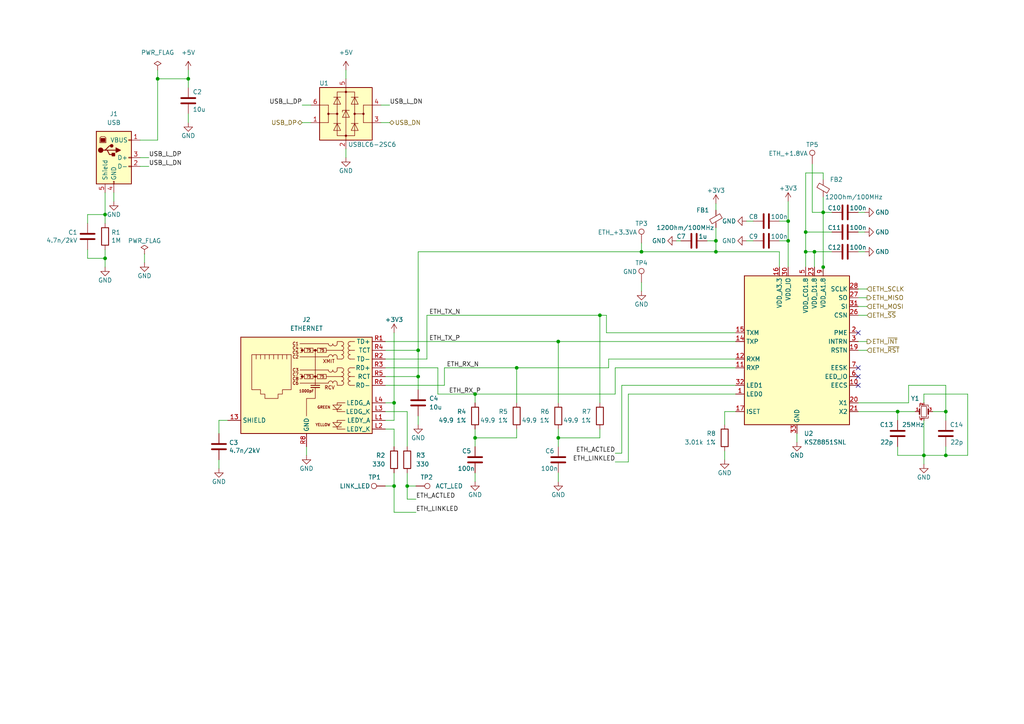
<source format=kicad_sch>
(kicad_sch (version 20211123) (generator eeschema)
  (paper "A4")
  (lib_symbols
    (symbol "Connector:RJ45_Amphenol_RJMG1BD3B8K1ANR"
      (property "Reference" "J" (at 19.05 15.24 0))
      (property "Value" "RJ45_Amphenol_RJMG1BD3B8K1ANR" (at -19.05 15.24 0))
      (symbol "RJ45_Amphenol_RJMG1BD3B8K1ANR_0_0"
        (circle (center -2.54 2.54) (radius 0.254) (stroke (width 0.254)) (fill (type outline)))
        (circle (center -2.54 10.16) (radius 0.254) (stroke (width 0.254)) (fill (type outline)))
        (polyline (pts (xy -7.62 -12.065) (xy -10.16 -12.065)))
        (polyline (pts (xy -7.62 -6.985) (xy -10.16 -6.985)))
        (polyline (pts (xy -2.54 10.16) (xy -2.54 0)))
        (polyline (pts (xy -1.27 -0.635) (xy -3.81 -0.635)) (stroke (width 0.254)))
        (polyline (pts (xy -1.27 0) (xy -3.81 0)) (stroke (width 0.254)))
        (polyline (pts (xy 1.27 2.54) (xy 0.635 2.54)))
        (polyline (pts (xy 1.27 10.16) (xy 0.635 10.16)))
        (polyline (pts (xy -11.176 -12.7) (xy -8.89 -12.7) (xy -8.89 -12.065)))
        (polyline (pts (xy -11.176 -10.16) (xy -8.89 -10.16) (xy -8.89 -10.795)))
        (polyline (pts (xy -11.176 -5.08) (xy -8.89 -5.08) (xy -8.89 -5.715)))
        (polyline (pts (xy -8.89 -6.985) (xy -8.89 -7.62) (xy -11.176 -7.62)))
        (polyline (pts (xy -10.16 -5.715) (xy -7.62 -5.715) (xy -8.89 -6.985) (xy -10.16 -5.715)))
        (polyline (pts (xy -7.62 -10.795) (xy -10.16 -10.795) (xy -8.89 -12.065) (xy -7.62 -10.795)))
        (polyline (pts (xy -2.54 -0.635) (xy -2.54 -3.81) (xy 0 -3.81) (xy 0 -8.89)))
        (polyline (pts (xy 1.905 3.175) (xy 1.27 3.175) (xy 1.27 1.905) (xy 1.905 1.905)))
        (polyline (pts (xy 1.905 10.795) (xy 1.27 10.795) (xy 1.27 9.525) (xy 1.905 9.525)))
        (circle (center 1.27 2.54) (radius 0.254) (stroke (width 0.254)) (fill (type outline)))
        (circle (center 1.27 10.16) (radius 0.254) (stroke (width 0.254)) (fill (type outline)))
        (text "1000pF" (at 0 -1.651 0) (effects (font (size 0.762 0.762))))
        (text "75" (at -4.445 2.54 0) (effects (font (size 0.762 0.762))))
        (text "75" (at -4.445 10.16 0) (effects (font (size 0.762 0.762))))
        (text "75" (at -0.635 2.54 0) (effects (font (size 0.762 0.762))))
        (text "75" (at -0.635 10.16 0) (effects (font (size 0.762 0.762))))
        (text "C1" (at 3.175 12.065 0) (effects (font (size 0.889 0.889))))
        (text "C2" (at 3.175 8.255 0) (effects (font (size 0.889 0.889))))
        (text "C3" (at 3.175 4.445 0) (effects (font (size 0.889 0.889))))
        (text "C4" (at 3.175 10.795 0) (effects (font (size 0.889 0.889))))
        (text "C5" (at 3.175 9.525 0) (effects (font (size 0.889 0.889))))
        (text "C6" (at 3.175 0.635 0) (effects (font (size 0.889 0.889))))
        (text "C7" (at 3.175 3.175 0) (effects (font (size 0.889 0.889))))
        (text "C8" (at 3.175 1.905 0) (effects (font (size 0.889 0.889))))
        (text "GREEN" (at -6.985 -6.35 0) (effects (font (size 0.762 0.762)) (justify left)))
        (text "RCV" (at -8.255 -0.635 0) (effects (font (size 1.016 1.016)) (justify left)))
        (text "XMIT" (at -8.255 6.985 0) (effects (font (size 1.016 1.016)) (justify left)))
        (text "YELLOW" (at -6.985 -11.43 0) (effects (font (size 0.762 0.762)) (justify left)))
      )
      (symbol "RJ45_Amphenol_RJMG1BD3B8K1ANR_0_1"
        (rectangle (start -19.05 -13.97) (end 19.05 13.97) (stroke (width 0.254)) (fill (type background)))
        (arc (start -12.7 0) (mid -12.065 0.635) (end -12.7 1.27))
        (arc (start -12.7 1.27) (mid -12.065 1.905) (end -12.7 2.54))
        (arc (start -12.7 2.54) (mid -12.065 3.175) (end -12.7 3.81))
        (arc (start -12.7 3.81) (mid -12.065 4.445) (end -12.7 5.08))
        (arc (start -12.7 7.62) (mid -12.065 8.255) (end -12.7 8.89))
        (arc (start -12.7 8.89) (mid -12.065 9.525) (end -12.7 10.16))
        (arc (start -12.7 10.16) (mid -12.065 10.795) (end -12.7 11.43))
        (arc (start -12.7 11.43) (mid -12.065 12.065) (end -12.7 12.7))
        (arc (start -10.16 1.27) (mid -10.795 0.635) (end -10.16 0))
        (arc (start -10.16 2.54) (mid -10.795 1.905) (end -10.16 1.27))
        (arc (start -10.16 3.81) (mid -10.795 3.175) (end -10.16 2.54))
        (arc (start -10.16 5.08) (mid -10.795 4.445) (end -10.16 3.81))
        (arc (start -10.16 8.89) (mid -10.795 8.255) (end -10.16 7.62))
        (arc (start -10.16 10.16) (mid -10.795 9.525) (end -10.16 8.89))
        (arc (start -10.16 11.43) (mid -10.795 10.795) (end -10.16 10.16))
        (arc (start -10.16 12.7) (mid -10.795 12.065) (end -10.16 11.43))
        (arc (start -8.89 4.445) (mid -8.255 3.81) (end -7.62 4.445))
        (arc (start -8.89 12.065) (mid -8.255 11.43) (end -7.62 12.065))
        (arc (start -7.62 0.635) (mid -8.255 1.27) (end -8.89 0.635))
        (arc (start -7.62 4.445) (mid -6.985 3.81) (end -6.35 4.445))
        (arc (start -7.62 8.255) (mid -8.255 8.89) (end -8.89 8.255))
        (arc (start -7.62 12.065) (mid -6.985 11.43) (end -6.35 12.065))
        (arc (start -6.35 0.635) (mid -6.985 1.27) (end -7.62 0.635))
        (arc (start -6.35 8.255) (mid -6.985 8.89) (end -7.62 8.255))
        (rectangle (start -5.715 3.175) (end -3.175 1.905))
        (rectangle (start -5.715 10.795) (end -3.175 9.525))
        (rectangle (start -1.905 3.175) (end 0.635 1.905))
        (rectangle (start -1.905 10.795) (end 0.635 9.525))
        (polyline (pts (xy -12.7 0) (xy -13.97 0)))
        (polyline (pts (xy -12.7 2.54) (xy -13.97 2.54)))
        (polyline (pts (xy -12.7 5.08) (xy -13.97 5.08)))
        (polyline (pts (xy -12.7 7.62) (xy -13.97 7.62)))
        (polyline (pts (xy -12.7 10.16) (xy -13.97 10.16)))
        (polyline (pts (xy -12.7 12.7) (xy -13.97 12.7)))
        (polyline (pts (xy -6.35 0.635) (xy 1.905 0.635)))
        (polyline (pts (xy -6.35 4.445) (xy 1.905 4.445)))
        (polyline (pts (xy -6.35 8.255) (xy 1.905 8.255)))
        (polyline (pts (xy -6.35 12.065) (xy 1.905 12.065)))
        (polyline (pts (xy -5.715 2.54) (xy -10.16 2.54)))
        (polyline (pts (xy -5.715 10.16) (xy -10.16 10.16)))
        (polyline (pts (xy -3.175 2.54) (xy -1.905 2.54)))
        (polyline (pts (xy -3.175 10.16) (xy -1.905 10.16)))
        (polyline (pts (xy 5.715 7.62) (xy 5.715 8.89)))
        (polyline (pts (xy 6.985 8.89) (xy 6.985 7.62)))
        (polyline (pts (xy 8.255 8.89) (xy 8.255 7.62)))
        (polyline (pts (xy 9.525 8.89) (xy 9.525 7.62)))
        (polyline (pts (xy 10.795 8.89) (xy 10.795 7.62)))
        (polyline (pts (xy 12.065 8.89) (xy 12.065 7.62)))
        (polyline (pts (xy 13.335 7.62) (xy 13.335 8.89)))
        (polyline (pts (xy 14.605 7.62) (xy 14.605 8.89)))
        (polyline (pts (xy -10.16 5.08) (xy -8.89 5.08) (xy -8.89 4.445)))
        (polyline (pts (xy -10.16 12.7) (xy -8.89 12.7) (xy -8.89 12.065)))
        (polyline (pts (xy -8.89 0.635) (xy -8.89 0) (xy -10.16 0)))
        (polyline (pts (xy -8.89 8.255) (xy -8.89 7.62) (xy -10.16 7.62)))
        (polyline (pts (xy 4.445 8.89) (xy 15.875 8.89) (xy 15.875 -1.27) (xy 13.335 -1.27) (xy 13.335 -2.54) (xy 12.065 -2.54) (xy 12.065 -3.81) (xy 8.255 -3.81) (xy 8.255 -2.54) (xy 6.985 -2.54) (xy 6.985 -1.27) (xy 4.445 -1.27) (xy 4.445 8.89)))
      )
      (symbol "RJ45_Amphenol_RJMG1BD3B8K1ANR_1_1"
        (pin passive line (at 22.86 -10.16 180) (length 3.81) (name "SHIELD") (number "13"))
        (pin passive line (at -22.86 -10.16 0) (length 3.81) (name "LEDY_A") (number "L1"))
        (pin passive line (at -22.86 -12.7 0) (length 3.81) (name "LEDY_K") (number "L2"))
        (pin passive line (at -22.86 -7.62 0) (length 3.81) (name "LEDG_K") (number "L3"))
        (pin passive line (at -22.86 -5.08 0) (length 3.81) (name "LEDG_A") (number "L4"))
        (pin passive line (at -22.86 12.7 0) (length 3.81) (name "TD+") (number "R1"))
        (pin passive line (at -22.86 7.62 0) (length 3.81) (name "TD-") (number "R2"))
        (pin passive line (at -22.86 5.08 0) (length 3.81) (name "RD+") (number "R3"))
        (pin passive line (at -22.86 10.16 0) (length 3.81) (name "TCT") (number "R4"))
        (pin passive line (at -22.86 2.54 0) (length 3.81) (name "RCT") (number "R5"))
        (pin passive line (at -22.86 0 0) (length 3.81) (name "RD-") (number "R6"))
        (pin no_connect line (at 5.08 -5.08 0) (length 0) hide (name "NC") (number "R7"))
        (pin power_in line (at 0 -17.78 90) (length 3.81) (name "GND") (number "R8"))
      )
    )
    (symbol "Connector:TestPoint" (pin_numbers hide) (pin_names (offset 0.762) hide)
      (property "Reference" "TP" (at 0 6.858 0))
      (property "Value" "TestPoint" (at 0 5.08 0))
      (symbol "TestPoint_0_1"
        (circle (center 0 3.302) (radius 0.762))
      )
      (symbol "TestPoint_1_1"
        (pin passive line (at 0 0 90) (length 2.54) (name "1") (number "1"))
      )
    )
    (symbol "Connector:USB_B" (pin_names (offset 1.016))
      (property "Reference" "J" (at -5.08 11.43 0))
      (property "Value" "USB_B" (at -5.08 8.89 0))
      (symbol "USB_B_0_1"
        (rectangle (start -5.08 -7.62) (end 5.08 7.62) (stroke (width 0.254)) (fill (type background)))
        (circle (center -3.81 2.159) (radius 0.635) (stroke (width 0.254)) (fill (type outline)))
        (rectangle (start -3.81 5.588) (end -2.54 4.572) (fill (type outline)))
        (circle (center -0.635 3.429) (radius 0.381) (stroke (width 0.254)) (fill (type outline)))
        (rectangle (start -0.127 -7.62) (end 0.127 -6.858))
        (polyline (pts (xy -1.905 2.159) (xy 0.635 2.159)) (stroke (width 0.254)))
        (polyline (pts (xy -3.175 2.159) (xy -2.54 2.159) (xy -1.27 3.429) (xy -0.635 3.429)) (stroke (width 0.254)))
        (polyline (pts (xy -2.54 2.159) (xy -1.905 2.159) (xy -1.27 0.889) (xy 0 0.889)) (stroke (width 0.254)))
        (polyline (pts (xy 0.635 2.794) (xy 0.635 1.524) (xy 1.905 2.159) (xy 0.635 2.794)) (stroke (width 0.254)) (fill (type outline)))
        (polyline (pts (xy -4.064 4.318) (xy -2.286 4.318) (xy -2.286 5.715) (xy -2.667 6.096) (xy -3.683 6.096) (xy -4.064 5.715) (xy -4.064 4.318)))
        (rectangle (start 0.254 1.27) (end -0.508 0.508) (stroke (width 0.254)) (fill (type outline)))
        (rectangle (start 5.08 -2.667) (end 4.318 -2.413))
        (rectangle (start 5.08 -0.127) (end 4.318 0.127))
        (rectangle (start 5.08 4.953) (end 4.318 5.207))
      )
      (symbol "USB_B_1_1"
        (pin power_out line (at 7.62 5.08 180) (length 2.54) (name "VBUS") (number "1"))
        (pin bidirectional line (at 7.62 -2.54 180) (length 2.54) (name "D-") (number "2"))
        (pin bidirectional line (at 7.62 0 180) (length 2.54) (name "D+") (number "3"))
        (pin power_out line (at 0 -10.16 90) (length 2.54) (name "GND") (number "4"))
        (pin passive line (at -2.54 -10.16 90) (length 2.54) (name "Shield") (number "5"))
      )
    )
    (symbol "Device:C" (pin_numbers hide) (pin_names (offset 0.254))
      (property "Reference" "C" (at 0.635 2.54 0))
      (property "Value" "C" (at 0.635 -2.54 0))
      (symbol "C_0_1"
        (polyline (pts (xy -2.032 -0.762) (xy 2.032 -0.762)) (stroke (width 0.508)))
        (polyline (pts (xy -2.032 0.762) (xy 2.032 0.762)) (stroke (width 0.508)))
      )
      (symbol "C_1_1"
        (pin passive line (at 0 3.81 270) (length 2.794) (name "~") (number "1"))
        (pin passive line (at 0 -3.81 90) (length 2.794) (name "~") (number "2"))
      )
    )
    (symbol "Device:Crystal_GND24_Small" (pin_names (offset 1.016) hide)
      (property "Reference" "Y" (at 1.27 4.445 0))
      (property "Value" "Crystal_GND24_Small" (at 1.27 2.54 0))
      (symbol "Crystal_GND24_Small_0_1"
        (rectangle (start -0.762 -1.524) (end 0.762 1.524))
        (polyline (pts (xy -1.27 -0.762) (xy -1.27 0.762)) (stroke (width 0.381)))
        (polyline (pts (xy 1.27 -0.762) (xy 1.27 0.762)) (stroke (width 0.381)))
        (polyline (pts (xy -1.27 -1.27) (xy -1.27 -1.905) (xy 1.27 -1.905) (xy 1.27 -1.27)))
        (polyline (pts (xy -1.27 1.27) (xy -1.27 1.905) (xy 1.27 1.905) (xy 1.27 1.27)))
      )
      (symbol "Crystal_GND24_Small_1_1"
        (pin passive line (at -2.54 0 0) (length 1.27) (name "1") (number "1"))
        (pin passive line (at 0 -2.54 90) (length 0.635) (name "2") (number "2"))
        (pin passive line (at 2.54 0 180) (length 1.27) (name "3") (number "3"))
        (pin passive line (at 0 2.54 270) (length 0.635) (name "4") (number "4"))
      )
    )
    (symbol "Device:FerriteBead_Small" (pin_numbers hide) (pin_names (offset 0))
      (property "Reference" "FB" (at 1.905 1.27 0))
      (property "Value" "FerriteBead_Small" (at 1.905 -1.27 0))
      (symbol "FerriteBead_Small_0_1"
        (polyline (pts (xy 0 -1.27) (xy 0 -0.7874)))
        (polyline (pts (xy 0 0.889) (xy 0 1.2954)))
        (polyline (pts (xy -1.8288 0.2794) (xy -1.1176 1.4986) (xy 1.8288 -0.2032) (xy 1.1176 -1.4224) (xy -1.8288 0.2794)))
      )
      (symbol "FerriteBead_Small_1_1"
        (pin passive line (at 0 2.54 270) (length 1.27) (name "~") (number "1"))
        (pin passive line (at 0 -2.54 90) (length 1.27) (name "~") (number "2"))
      )
    )
    (symbol "Device:R" (pin_numbers hide) (pin_names (offset 0))
      (property "Reference" "R" (at 2.032 0 90))
      (property "Value" "R" (at 0 0 90))
      (symbol "R_0_1"
        (rectangle (start -1.016 -2.54) (end 1.016 2.54) (stroke (width 0.254)))
      )
      (symbol "R_1_1"
        (pin passive line (at 0 3.81 270) (length 1.27) (name "~") (number "1"))
        (pin passive line (at 0 -3.81 90) (length 1.27) (name "~") (number "2"))
      )
    )
    (symbol "KSZ8851SNL:KSZ8851SNL"
      (property "Reference" "U" (at -13.97 22.86 0))
      (property "Value" "KSZ8851SNL" (at 15.24 -24.13 0))
      (symbol "KSZ8851SNL_1_1"
        (rectangle (start -15.24 21.59) (end 15.24 -21.59) (stroke (width 0.254)) (fill (type background)))
        (pin output line (at -17.78 -12.7 0) (length 2.54) (name "LED0") (number "1"))
        (pin output line (at 17.78 -10.16 180) (length 2.54) (name "EECS") (number "10"))
        (pin passive line (at -17.78 -5.08 0) (length 2.54) (name "RXP") (number "11"))
        (pin passive line (at -17.78 -2.54 0) (length 2.54) (name "RXM") (number "12"))
        (pin passive line (at 0 -24.13 90) (length 2.54) hide (name "AGND") (number "13"))
        (pin passive line (at -17.78 2.54 0) (length 2.54) (name "TXP") (number "14"))
        (pin passive line (at -17.78 5.08 0) (length 2.54) (name "TXM") (number "15"))
        (pin power_in line (at -5.08 24.13 270) (length 2.54) (name "VDD_A3.3") (number "16"))
        (pin output line (at -17.78 -17.78 0) (length 2.54) (name "ISET") (number "17"))
        (pin passive line (at 0 -24.13 90) (length 2.54) hide (name "AGND") (number "18"))
        (pin input line (at 17.78 0 180) (length 2.54) (name "RSTN") (number "19"))
        (pin output line (at 17.78 5.08 180) (length 2.54) (name "PME") (number "2"))
        (pin input line (at 17.78 -15.24 180) (length 2.54) (name "X1") (number "20"))
        (pin output line (at 17.78 -17.78 180) (length 2.54) (name "X2") (number "21"))
        (pin passive line (at 0 -24.13 90) (length 2.54) hide (name "DGND") (number "22"))
        (pin power_in line (at 5.08 24.13 270) (length 2.54) (name "VDD_D1.8") (number "23"))
        (pin passive line (at 0 -24.13 90) (length 2.54) hide (name "DGND") (number "24"))
        (pin passive line (at 0 -24.13 90) (length 2.54) hide (name "DGND") (number "24"))
        (pin power_in line (at -2.54 24.13 270) (length 2.54) hide (name "VDD_IO") (number "25"))
        (pin input line (at 17.78 10.16 180) (length 2.54) (name "CSN") (number "26"))
        (pin output line (at 17.78 15.24 180) (length 2.54) (name "SO") (number "27"))
        (pin input line (at 17.78 17.78 180) (length 2.54) (name "SCLK") (number "28"))
        (pin passive line (at 0 -24.13 90) (length 2.54) hide (name "DGND") (number "29"))
        (pin output line (at 17.78 2.54 180) (length 2.54) (name "INTRN") (number "3"))
        (pin power_in line (at -2.54 24.13 270) (length 2.54) (name "VDD_IO") (number "30"))
        (pin input line (at 17.78 12.7 180) (length 2.54) (name "SI") (number "31"))
        (pin output line (at -17.78 -10.16 0) (length 2.54) (name "LED1") (number "32"))
        (pin passive line (at 0 -24.13 90) (length 2.54) (name "GND") (number "33"))
        (pin passive line (at 0 -24.13 90) (length 2.54) hide (name "DGND") (number "4"))
        (pin power_out line (at 2.54 24.13 270) (length 2.54) (name "VDD_CO1.8") (number "5"))
        (pin bidirectional line (at 17.78 -7.62 180) (length 2.54) (name "EED_IO") (number "6"))
        (pin output line (at 17.78 -5.08 180) (length 2.54) (name "EESK") (number "7"))
        (pin passive line (at 0 -24.13 90) (length 2.54) hide (name "AGND") (number "8"))
        (pin power_in line (at 7.62 24.13 270) (length 2.54) (name "VDD_A1.8") (number "9"))
      )
    )
    (symbol "Power_Protection:USBLC6-2SC6" (pin_names hide)
      (property "Reference" "U" (at 2.54 8.89 0))
      (property "Value" "USBLC6-2SC6" (at 2.54 -8.89 0))
      (symbol "USBLC6-2SC6_0_1"
        (rectangle (start -7.62 -7.62) (end 7.62 7.62) (stroke (width 0.254)) (fill (type background)))
        (circle (center -5.08 0) (radius 0.254) (fill (type outline)))
        (circle (center -2.54 0) (radius 0.254) (fill (type outline)))
        (rectangle (start -2.54 6.35) (end 2.54 -6.35))
        (circle (center 0 -6.35) (radius 0.254) (fill (type outline)))
        (polyline (pts (xy -5.08 -2.54) (xy -7.62 -2.54)))
        (polyline (pts (xy -5.08 0) (xy -5.08 -2.54)))
        (polyline (pts (xy -5.08 2.54) (xy -7.62 2.54)))
        (polyline (pts (xy -1.524 -2.794) (xy -3.556 -2.794)))
        (polyline (pts (xy -1.524 4.826) (xy -3.556 4.826)))
        (polyline (pts (xy 0 -7.62) (xy 0 -6.35)))
        (polyline (pts (xy 0 -6.35) (xy 0 1.27)))
        (polyline (pts (xy 0 1.27) (xy 0 6.35)))
        (polyline (pts (xy 0 6.35) (xy 0 7.62)))
        (polyline (pts (xy 1.524 -2.794) (xy 3.556 -2.794)))
        (polyline (pts (xy 1.524 4.826) (xy 3.556 4.826)))
        (polyline (pts (xy 5.08 -2.54) (xy 7.62 -2.54)))
        (polyline (pts (xy 5.08 0) (xy 5.08 -2.54)))
        (polyline (pts (xy 5.08 2.54) (xy 7.62 2.54)))
        (polyline (pts (xy -2.54 0) (xy -5.08 0) (xy -5.08 2.54)))
        (polyline (pts (xy 2.54 0) (xy 5.08 0) (xy 5.08 2.54)))
        (polyline (pts (xy -3.556 -4.826) (xy -1.524 -4.826) (xy -2.54 -2.794) (xy -3.556 -4.826)))
        (polyline (pts (xy -3.556 2.794) (xy -1.524 2.794) (xy -2.54 4.826) (xy -3.556 2.794)))
        (polyline (pts (xy -1.016 -1.016) (xy 1.016 -1.016) (xy 0 1.016) (xy -1.016 -1.016)))
        (polyline (pts (xy 1.016 1.016) (xy 0.762 1.016) (xy -1.016 1.016) (xy -1.016 0.508)))
        (polyline (pts (xy 3.556 -4.826) (xy 1.524 -4.826) (xy 2.54 -2.794) (xy 3.556 -4.826)))
        (polyline (pts (xy 3.556 2.794) (xy 1.524 2.794) (xy 2.54 4.826) (xy 3.556 2.794)))
        (circle (center 0 6.35) (radius 0.254) (fill (type outline)))
        (circle (center 2.54 0) (radius 0.254) (fill (type outline)))
        (circle (center 5.08 0) (radius 0.254) (fill (type outline)))
      )
      (symbol "USBLC6-2SC6_1_1"
        (pin passive line (at -10.16 -2.54 0) (length 2.54) (name "I/O1") (number "1"))
        (pin passive line (at 0 -10.16 90) (length 2.54) (name "GND") (number "2"))
        (pin passive line (at 10.16 -2.54 180) (length 2.54) (name "I/O2") (number "3"))
        (pin passive line (at 10.16 2.54 180) (length 2.54) (name "I/O2") (number "4"))
        (pin passive line (at 0 10.16 270) (length 2.54) (name "VBUS") (number "5"))
        (pin passive line (at -10.16 2.54 0) (length 2.54) (name "I/O1") (number "6"))
      )
    )
    (symbol "power:+3V3" (power) (pin_names (offset 0))
      (property "Value" "+3V3" (at 0 3.556 0))
      (symbol "+3V3_0_1"
        (polyline (pts (xy -0.762 1.27) (xy 0 2.54)))
        (polyline (pts (xy 0 0) (xy 0 2.54)))
        (polyline (pts (xy 0 2.54) (xy 0.762 1.27)))
      )
      (symbol "+3V3_1_1"
        (pin power_in line (at 0 0 90) (length 0) hide (name "+3V3") (number "1"))
      )
    )
    (symbol "power:+5V" (power) (pin_names (offset 0))
      (property "Value" "+5V" (at 0 3.556 0))
      (symbol "+5V_0_1"
        (polyline (pts (xy -0.762 1.27) (xy 0 2.54)))
        (polyline (pts (xy 0 0) (xy 0 2.54)))
        (polyline (pts (xy 0 2.54) (xy 0.762 1.27)))
      )
      (symbol "+5V_1_1"
        (pin power_in line (at 0 0 90) (length 0) hide (name "+5V") (number "1"))
      )
    )
    (symbol "power:GND" (power) (pin_names (offset 0))
      (property "Value" "GND" (at 0 -3.81 0))
      (symbol "GND_0_1"
        (polyline (pts (xy 0 0) (xy 0 -1.27) (xy 1.27 -1.27) (xy 0 -2.54) (xy -1.27 -1.27) (xy 0 -1.27)))
      )
      (symbol "GND_1_1"
        (pin power_in line (at 0 0 270) (length 0) hide (name "GND") (number "1"))
      )
    )
    (symbol "power:PWR_FLAG" (power) (pin_numbers hide) (pin_names (offset 0) hide)
      (property "Value" "PWR_FLAG" (at 0 3.81 0))
      (symbol "PWR_FLAG_0_0"
        (pin power_out line (at 0 0 90) (length 0) (name "pwr") (number "1"))
      )
      (symbol "PWR_FLAG_0_1"
        (polyline (pts (xy 0 0) (xy 0 1.27) (xy -1.016 1.905) (xy 0 2.54) (xy 1.016 1.905) (xy 0 1.27)))
      )
    )
  )
  (junction (at 173.99 91.44))
  (junction (at 137.795 114.3))
  (junction (at 114.3 140.97) (diameter 0.9144))
  (junction (at 238.76 77.47))
  (junction (at 121.285 109.22))
  (junction (at 45.72 22.86) (diameter 0.9144))
  (junction (at 186.055 73.025))
  (junction (at 274.32 119.38))
  (junction (at 274.32 132.08) (diameter 0.9144))
  (junction (at 121.285 101.6))
  (junction (at 137.795 127) (diameter 0.9144))
  (junction (at 228.6 64.135))
  (junction (at 233.68 67.31))
  (junction (at 161.925 127) (diameter 0.9144))
  (junction (at 118.11 140.97) (diameter 0.9144))
  (junction (at 228.6 69.85))
  (junction (at 207.645 73.025))
  (junction (at 30.48 62.23) (diameter 0.9144))
  (junction (at 236.22 73.025))
  (junction (at 233.68 73.025))
  (junction (at 161.925 99.06))
  (junction (at 267.97 132.08) (diameter 0.9144))
  (junction (at 54.61 22.86) (diameter 0.9144))
  (junction (at 114.3 116.84) (diameter 0.9144))
  (junction (at 207.645 69.85))
  (junction (at 238.76 61.595))
  (junction (at 30.48 74.93) (diameter 0.9144))
  (junction (at 260.35 119.38) (diameter 0.9144))
  (junction (at 149.86 106.68))
  (no_connect (at 366.395 274.32))
  (no_connect (at 248.92 96.52))
  (no_connect (at 248.92 111.76))
  (no_connect (at 248.92 106.68))
  (no_connect (at 248.92 109.22))
  (wire (pts (xy 121.285 109.22) (xy 121.285 113.03)))
  (wire (pts (xy 186.055 70.485) (xy 186.055 73.025)))
  (wire (pts (xy 178.435 131.445) (xy 180.34 131.445)))
  (wire (pts (xy 280.67 132.08) (xy 274.32 132.08)))
  (wire (pts (xy 123.825 104.14) (xy 123.825 91.44)))
  (wire (pts (xy 180.34 111.76) (xy 213.36 111.76)))
  (wire (pts (xy 228.6 64.135) (xy 228.6 69.85)))
  (wire (pts (xy 248.92 73.025) (xy 250.825 73.025)))
  (wire (pts (xy 40.64 45.72) (xy 43.18 45.72)))
  (wire (pts (xy 216.535 69.85) (xy 218.44 69.85)))
  (wire (pts (xy 121.285 73.025) (xy 121.285 101.6)))
  (wire (pts (xy 236.22 73.025) (xy 241.3 73.025)))
  (wire (pts (xy 87.63 35.56) (xy 90.17 35.56)))
  (wire (pts (xy 149.86 106.68) (xy 149.86 116.84)))
  (wire (pts (xy 137.795 127) (xy 137.795 124.46)))
  (wire (pts (xy 270.51 119.38) (xy 274.32 119.38)))
  (wire (pts (xy 30.48 74.93) (xy 30.48 77.47)))
  (wire (pts (xy 236.22 73.025) (xy 236.22 77.47)))
  (wire (pts (xy 267.97 132.08) (xy 267.97 134.62)))
  (wire (pts (xy 260.35 119.38) (xy 260.35 121.92)))
  (wire (pts (xy 128.905 106.68) (xy 128.905 111.76)))
  (wire (pts (xy 40.64 40.64) (xy 45.72 40.64)))
  (wire (pts (xy 54.61 22.86) (xy 54.61 25.4)))
  (wire (pts (xy 196.215 69.85) (xy 197.485 69.85)))
  (wire (pts (xy 114.3 96.52) (xy 114.3 116.84)))
  (wire (pts (xy 114.3 137.16) (xy 114.3 140.97)))
  (wire (pts (xy 127 114.3) (xy 127 106.68)))
  (wire (pts (xy 175.895 96.52) (xy 175.895 91.44)))
  (wire (pts (xy 118.11 140.97) (xy 120.65 140.97)))
  (wire (pts (xy 207.645 69.85) (xy 207.645 73.025)))
  (wire (pts (xy 111.76 119.38) (xy 118.11 119.38)))
  (wire (pts (xy 114.3 124.46) (xy 114.3 129.54)))
  (wire (pts (xy 280.67 114.3) (xy 280.67 132.08)))
  (wire (pts (xy 267.97 121.92) (xy 267.97 132.08)))
  (wire (pts (xy 30.48 74.93) (xy 30.48 72.39)))
  (wire (pts (xy 213.36 104.14) (xy 176.53 104.14)))
  (wire (pts (xy 120.65 148.59) (xy 114.3 148.59)))
  (wire (pts (xy 137.795 114.3) (xy 178.435 114.3)))
  (wire (pts (xy 114.3 116.84) (xy 111.76 116.84)))
  (wire (pts (xy 238.76 61.595) (xy 241.3 61.595)))
  (wire (pts (xy 251.46 101.6) (xy 248.92 101.6)))
  (wire (pts (xy 45.72 22.86) (xy 54.61 22.86)))
  (wire (pts (xy 216.535 64.135) (xy 218.44 64.135)))
  (wire (pts (xy 233.68 77.47) (xy 233.68 73.025)))
  (wire (pts (xy 235.585 47.625) (xy 235.585 61.595)))
  (wire (pts (xy 173.99 124.46) (xy 173.99 127)))
  (wire (pts (xy 121.285 73.025) (xy 186.055 73.025)))
  (wire (pts (xy 121.285 101.6) (xy 121.285 109.22)))
  (wire (pts (xy 274.32 111.76) (xy 274.32 119.38)))
  (wire (pts (xy 176.53 104.14) (xy 176.53 106.68)))
  (wire (pts (xy 213.36 106.68) (xy 178.435 106.68)))
  (wire (pts (xy 161.925 99.06) (xy 161.925 116.84)))
  (wire (pts (xy 111.76 104.14) (xy 123.825 104.14)))
  (wire (pts (xy 137.795 114.3) (xy 137.795 116.84)))
  (wire (pts (xy 88.9 129.54) (xy 88.9 132.08)))
  (wire (pts (xy 110.49 30.48) (xy 113.03 30.48)))
  (wire (pts (xy 25.4 64.77) (xy 25.4 62.23)))
  (wire (pts (xy 178.435 133.985) (xy 182.245 133.985)))
  (wire (pts (xy 274.32 119.38) (xy 274.32 121.92)))
  (wire (pts (xy 114.3 140.97) (xy 114.3 148.59)))
  (wire (pts (xy 238.76 61.595) (xy 238.76 77.47)))
  (wire (pts (xy 149.86 106.68) (xy 176.53 106.68)))
  (wire (pts (xy 231.14 125.73) (xy 231.14 128.27)))
  (wire (pts (xy 137.795 127) (xy 137.795 129.54)))
  (wire (pts (xy 137.795 137.16) (xy 137.795 139.7)))
  (wire (pts (xy 207.645 66.04) (xy 207.645 69.85)))
  (wire (pts (xy 263.525 111.76) (xy 274.32 111.76)))
  (wire (pts (xy 118.11 119.38) (xy 118.11 129.54)))
  (wire (pts (xy 233.68 67.31) (xy 241.3 67.31)))
  (wire (pts (xy 111.76 140.97) (xy 114.3 140.97)))
  (wire (pts (xy 100.33 20.32) (xy 100.33 22.86)))
  (wire (pts (xy 251.46 91.44) (xy 248.92 91.44)))
  (wire (pts (xy 173.99 91.44) (xy 173.99 116.84)))
  (wire (pts (xy 228.6 58.42) (xy 228.6 64.135)))
  (wire (pts (xy 265.43 119.38) (xy 260.35 119.38)))
  (wire (pts (xy 207.645 73.025) (xy 226.06 73.025)))
  (wire (pts (xy 207.645 59.055) (xy 207.645 60.96)))
  (wire (pts (xy 178.435 106.68) (xy 178.435 114.3)))
  (wire (pts (xy 111.76 109.22) (xy 121.285 109.22)))
  (wire (pts (xy 87.63 30.48) (xy 90.17 30.48)))
  (wire (pts (xy 54.61 33.02) (xy 54.61 35.56)))
  (wire (pts (xy 248.92 116.84) (xy 263.525 116.84)))
  (wire (pts (xy 25.4 72.39) (xy 25.4 74.93)))
  (wire (pts (xy 238.76 50.165) (xy 233.68 50.165)))
  (wire (pts (xy 260.35 132.08) (xy 260.35 129.54)))
  (wire (pts (xy 238.76 52.07) (xy 238.76 50.165)))
  (wire (pts (xy 205.105 69.85) (xy 207.645 69.85)))
  (wire (pts (xy 161.925 137.16) (xy 161.925 139.7)))
  (wire (pts (xy 111.76 101.6) (xy 121.285 101.6)))
  (wire (pts (xy 40.64 48.26) (xy 43.18 48.26)))
  (wire (pts (xy 267.97 116.84) (xy 267.97 114.3)))
  (wire (pts (xy 114.3 121.92) (xy 114.3 116.84)))
  (wire (pts (xy 100.33 43.18) (xy 100.33 45.72)))
  (wire (pts (xy 267.97 114.3) (xy 280.67 114.3)))
  (wire (pts (xy 111.76 111.76) (xy 128.905 111.76)))
  (wire (pts (xy 226.06 64.135) (xy 228.6 64.135)))
  (wire (pts (xy 111.76 124.46) (xy 114.3 124.46)))
  (wire (pts (xy 251.46 83.82) (xy 248.92 83.82)))
  (wire (pts (xy 30.48 55.88) (xy 30.48 62.23)))
  (wire (pts (xy 45.72 20.32) (xy 45.72 22.86)))
  (wire (pts (xy 63.5 133.35) (xy 63.5 135.89)))
  (wire (pts (xy 41.91 73.66) (xy 41.91 76.2)))
  (wire (pts (xy 210.185 119.38) (xy 213.36 119.38)))
  (wire (pts (xy 120.65 144.78) (xy 118.11 144.78)))
  (wire (pts (xy 182.245 114.3) (xy 213.36 114.3)))
  (wire (pts (xy 161.925 127) (xy 161.925 129.54)))
  (wire (pts (xy 66.04 121.92) (xy 63.5 121.92)))
  (wire (pts (xy 251.46 99.06) (xy 248.92 99.06)))
  (wire (pts (xy 121.285 120.65) (xy 121.285 123.19)))
  (wire (pts (xy 213.36 96.52) (xy 175.895 96.52)))
  (wire (pts (xy 238.76 77.47) (xy 238.76 79.375)))
  (wire (pts (xy 149.86 106.68) (xy 128.905 106.68)))
  (wire (pts (xy 233.68 67.31) (xy 233.68 73.025)))
  (wire (pts (xy 63.5 121.92) (xy 63.5 125.73)))
  (wire (pts (xy 263.525 116.84) (xy 263.525 111.76)))
  (wire (pts (xy 33.02 55.88) (xy 33.02 58.42)))
  (wire (pts (xy 228.6 69.85) (xy 228.6 77.47)))
  (wire (pts (xy 251.46 88.9) (xy 248.92 88.9)))
  (wire (pts (xy 173.99 91.44) (xy 175.895 91.44)))
  (wire (pts (xy 110.49 35.56) (xy 113.03 35.56)))
  (wire (pts (xy 180.34 131.445) (xy 180.34 111.76)))
  (wire (pts (xy 149.86 124.46) (xy 149.86 127)))
  (wire (pts (xy 137.795 127) (xy 149.86 127)))
  (wire (pts (xy 238.76 57.15) (xy 238.76 61.595)))
  (wire (pts (xy 267.97 132.08) (xy 274.32 132.08)))
  (wire (pts (xy 25.4 62.23) (xy 30.48 62.23)))
  (wire (pts (xy 161.925 99.06) (xy 213.36 99.06)))
  (wire (pts (xy 25.4 74.93) (xy 30.48 74.93)))
  (wire (pts (xy 274.32 132.08) (xy 274.32 129.54)))
  (wire (pts (xy 248.92 61.595) (xy 250.825 61.595)))
  (wire (pts (xy 123.825 91.44) (xy 173.99 91.44)))
  (wire (pts (xy 161.925 127) (xy 173.99 127)))
  (wire (pts (xy 233.68 73.025) (xy 236.22 73.025)))
  (wire (pts (xy 235.585 61.595) (xy 238.76 61.595)))
  (wire (pts (xy 45.72 40.64) (xy 45.72 22.86)))
  (wire (pts (xy 111.76 99.06) (xy 161.925 99.06)))
  (wire (pts (xy 186.055 73.025) (xy 207.645 73.025)))
  (wire (pts (xy 226.06 69.85) (xy 228.6 69.85)))
  (wire (pts (xy 248.92 119.38) (xy 260.35 119.38)))
  (wire (pts (xy 30.48 62.23) (xy 30.48 64.77)))
  (wire (pts (xy 251.46 86.36) (xy 248.92 86.36)))
  (wire (pts (xy 161.925 127) (xy 161.925 124.46)))
  (wire (pts (xy 226.06 73.025) (xy 226.06 77.47)))
  (wire (pts (xy 248.92 67.31) (xy 250.825 67.31)))
  (wire (pts (xy 118.11 137.16) (xy 118.11 140.97)))
  (wire (pts (xy 118.11 140.97) (xy 118.11 144.78)))
  (wire (pts (xy 111.76 106.68) (xy 127 106.68)))
  (wire (pts (xy 182.245 133.985) (xy 182.245 114.3)))
  (wire (pts (xy 210.185 130.81) (xy 210.185 133.35)))
  (wire (pts (xy 111.76 121.92) (xy 114.3 121.92)))
  (wire (pts (xy 233.68 50.165) (xy 233.68 67.31)))
  (wire (pts (xy 186.055 81.915) (xy 186.055 84.455)))
  (wire (pts (xy 267.97 132.08) (xy 260.35 132.08)))
  (wire (pts (xy 210.185 123.19) (xy 210.185 119.38)))
  (wire (pts (xy 137.795 114.3) (xy 127 114.3)))
  (wire (pts (xy 54.61 20.32) (xy 54.61 22.86)))
  (label "USB_L_DP" (at 43.18 45.72 0))
  (label "ETH_RX_P" (at 130.175 114.3 0))
  (label "USB_L_DN" (at 113.03 30.48 0))
  (label "USB_L_DP" (at 87.63 30.48 180))
  (label "ETH_ACTLED" (at 178.435 131.445 180))
  (label "ETH_LINKLED" (at 178.435 133.985 180))
  (label "ETH_TX_P" (at 124.46 99.06 0))
  (label "ETH_LINKLED" (at 120.65 148.59 0))
  (label "ETH_ACTLED" (at 120.65 144.78 0))
  (label "ETH_RX_N" (at 129.54 106.68 0))
  (label "USB_L_DN" (at 43.18 48.26 0))
  (label "ETH_TX_N" (at 124.46 91.44 0))
  (hierarchical_label "ETH_MISO" (shape output) (at 251.46 86.36 0))
  (hierarchical_label "ETH_MOSI" (shape input) (at 251.46 88.9 0))
  (hierarchical_label "USB_DN" (shape bidirectional) (at 113.03 35.56 0))
  (hierarchical_label "ETH_~{RST}" (shape input) (at 251.46 101.6 0))
  (hierarchical_label "USB_DP" (shape bidirectional) (at 87.63 35.56 180))
  (hierarchical_label "ETH_SCLK" (shape input) (at 251.46 83.82 0))
  (hierarchical_label "ETH_~{SS}" (shape input) (at 251.46 91.44 0))
  (hierarchical_label "ETH_~{INT}" (shape output) (at 251.46 99.06 0))
  (symbol (lib_id "Device:R") (at 173.99 120.65 0) (mirror y) (unit 1)
    (property "Reference" "R7" (at 171.45 119.3799 0) (effects (justify left)))
    (property "Value" "49.9 1%" (at 171.45 121.9199 0) (effects (justify left)))
    (property "Footprint" "Resistor_SMD:R_0603_1608Metric" (effects hide))
  )
  (symbol (lib_id "Device:C") (at 121.285 116.84 180) (unit 1)
    (property "Reference" "C4" (at 124.46 115.57 0) (effects (justify right)))
    (property "Value" "10u" (at 124.46 118.11 0) (effects (justify right)))
    (property "Footprint" "Capacitor_SMD:C_0603_1608Metric" (effects hide))
  )
  (symbol (lib_id "power:GND") (at 41.91 76.2 0) (unit 1)
    (property "Reference" "#PWR03" (effects hide))
    (property "Value" "GND" (at 41.91 80.01 0))
  )
  (symbol (lib_id "Device:C") (at 245.11 73.025 90) (unit 1)
    (property "Reference" "C12" (at 240.0301 71.755 90) (effects (justify right)))
    (property "Value" "100n" (at 246.3801 71.755 90) (effects (justify right)))
    (property "Footprint" "Capacitor_SMD:C_0402_1005Metric" (effects hide))
  )
  (symbol (lib_id "Device:R") (at 114.3 133.35 0) (mirror y) (unit 1)
    (property "Reference" "R2" (at 111.76 132.0799 0) (effects (justify left)))
    (property "Value" "330" (at 111.76 134.6199 0) (effects (justify left)))
    (property "Footprint" "Resistor_SMD:R_0402_1005Metric" (effects hide))
  )
  (symbol (lib_id "power:GND") (at 161.925 139.7 0) (mirror y) (unit 1)
    (property "Reference" "#PWR013" (effects hide))
    (property "Value" "GND" (at 161.925 143.51 0))
  )
  (symbol (lib_id "Device:C") (at 25.4 68.58 0) (mirror x) (unit 1)
    (property "Reference" "C1" (at 22.479 67.4116 0) (effects (justify right)))
    (property "Value" "4.7n/2kV" (at 22.479 69.723 0) (effects (justify right)))
    (property "Footprint" "Capacitor_SMD:C_1812_4532Metric" (effects hide))
    (property "Part Number" "202S43W472KV4E" (effects hide))
  )
  (symbol (lib_id "Connector:TestPoint") (at 235.585 47.625 0) (mirror y) (unit 1)
    (property "Reference" "TP5" (at 235.585 41.9734 0))
    (property "Value" "ETH_+1.8VA" (at 234.315 44.5134 0) (effects (justify left)))
    (property "Footprint" "TestPoint:TestPoint_Pad_D1.0mm" (effects hide))
  )
  (symbol (lib_id "power:+5V") (at 54.61 20.32 0) (unit 1)
    (property "Reference" "#PWR04" (effects hide))
    (property "Value" "+5V" (at 54.61 15.24 0))
  )
  (symbol (lib_id "KSZ8851SNL:KSZ8851SNL") (at 231.14 101.6 0) (unit 1)
    (property "Reference" "U2" (at 233.1594 125.73 0) (effects (justify left)))
    (property "Value" "KSZ8851SNL" (at 233.1594 128.27 0) (effects (justify left)))
    (property "Footprint" "Package_DFN_QFN:TQFN-32-1EP_5x5mm_P0.5mm_EP3.4x3.4mm_ThermalVias" (effects hide))
    (property "Datasheet" "https://ww1.microchip.com/downloads/en/DeviceDoc/KSZ8851SNL-Single-Port-Ethernet-Controller-with-SPI-DS00002381C.pdf" (effects hide))
  )
  (symbol (lib_id "Device:FerriteBead_Small") (at 207.645 63.5 0) (mirror y) (unit 1)
    (property "Reference" "FB1" (at 203.835 60.96 0))
    (property "Value" "120Ohm/100MHz" (at 198.755 66.04 0))
    (property "Footprint" "Inductor_SMD:L_0805_2012Metric" (effects hide))
  )
  (symbol (lib_id "power:GND") (at 196.215 69.85 270) (mirror x) (unit 1)
    (property "Reference" "#PWR015" (effects hide))
    (property "Value" "GND" (at 191.135 69.85 90))
  )
  (symbol (lib_id "Device:C") (at 274.32 125.73 0) (mirror y) (unit 1)
    (property "Reference" "C14" (at 279.4 123.1899 0) (effects (justify left)))
    (property "Value" "22p" (at 279.4 128.2699 0) (effects (justify left)))
    (property "Footprint" "Capacitor_SMD:C_0402_1005Metric" (effects hide))
  )
  (symbol (lib_id "Connector:TestPoint") (at 111.76 140.97 90) (mirror x) (unit 1)
    (property "Reference" "TP1" (at 108.6484 138.43 90))
    (property "Value" "LINK_LED" (at 107.3784 140.97 90) (effects (justify left)))
    (property "Footprint" "TestPoint:TestPoint_Pad_D1.0mm" (effects hide))
  )
  (symbol (lib_id "Device:C") (at 222.25 64.135 90) (unit 1)
    (property "Reference" "C8" (at 217.1701 62.865 90) (effects (justify right)))
    (property "Value" "100n" (at 223.5201 62.865 90) (effects (justify right)))
    (property "Footprint" "Capacitor_SMD:C_0402_1005Metric" (effects hide))
  )
  (symbol (lib_id "Device:R") (at 210.185 127 0) (mirror y) (unit 1)
    (property "Reference" "R8" (at 207.645 125.7299 0) (effects (justify left)))
    (property "Value" "3.01k 1%" (at 207.645 128.2699 0) (effects (justify left)))
    (property "Footprint" "Resistor_SMD:R_0402_1005Metric" (effects hide))
  )
  (symbol (lib_id "power:PWR_FLAG") (at 45.72 20.32 0) (unit 1)
    (property "Reference" "#FLG02" (effects hide))
    (property "Value" "PWR_FLAG" (at 45.72 15.24 0))
  )
  (symbol (lib_id "power:GND") (at 231.14 128.27 0) (mirror y) (unit 1)
    (property "Reference" "#PWR021" (effects hide))
    (property "Value" "GND" (at 231.14 132.08 0))
  )
  (symbol (lib_id "power:GND") (at 216.535 69.85 270) (mirror x) (unit 1)
    (property "Reference" "#PWR019" (effects hide))
    (property "Value" "GND" (at 211.455 69.85 90))
  )
  (symbol (lib_id "Connector:TestPoint") (at 186.055 81.915 0) (mirror y) (unit 1)
    (property "Reference" "TP4" (at 186.055 76.2634 0))
    (property "Value" "GND" (at 184.785 78.8034 0) (effects (justify left)))
    (property "Footprint" "TestPoint:TestPoint_Pad_D1.0mm" (effects hide))
  )
  (symbol (lib_id "power:GND") (at 121.285 123.19 0) (mirror y) (unit 1)
    (property "Reference" "#PWR011" (effects hide))
    (property "Value" "GND" (at 121.285 127 0))
  )
  (symbol (lib_id "Connector:USB_B") (at 33.02 45.72 0) (unit 1)
    (property "Reference" "J1" (at 33.02 33.02 0))
    (property "Value" "USB" (at 33.02 35.56 0))
    (property "Footprint" "TE_292304-2:TE_292304-2" (effects hide))
    (property "Datasheet" " ~" (effects hide))
  )
  (symbol (lib_id "power:GND") (at 100.33 45.72 0) (unit 1)
    (property "Reference" "#PWR09" (effects hide))
    (property "Value" "GND" (at 100.33 49.53 0))
  )
  (symbol (lib_id "power:PWR_FLAG") (at 41.91 73.66 0) (unit 1)
    (property "Reference" "#FLG01" (effects hide))
    (property "Value" "PWR_FLAG" (at 41.91 69.85 0))
  )
  (symbol (lib_id "Power_Protection:USBLC6-2SC6") (at 100.33 33.02 0) (unit 1)
    (property "Reference" "U1" (at 93.98 24.13 0))
    (property "Value" "USBLC6-2SC6" (at 107.95 41.91 0))
    (property "Footprint" "Package_TO_SOT_SMD:SOT-23-6" (effects hide))
    (property "Datasheet" "https://www.st.com/resource/en/datasheet/usblc6-2.pdf" (effects hide))
  )
  (symbol (lib_id "Device:C") (at 201.295 69.85 90) (unit 1)
    (property "Reference" "C7" (at 196.2151 68.58 90) (effects (justify right)))
    (property "Value" "1u" (at 202.5651 68.58 90) (effects (justify right)))
    (property "Footprint" "Capacitor_SMD:C_0402_1005Metric" (effects hide))
  )
  (symbol (lib_id "power:GND") (at 216.535 64.135 270) (mirror x) (unit 1)
    (property "Reference" "#PWR018" (effects hide))
    (property "Value" "GND" (at 211.455 64.135 90))
  )
  (symbol (lib_id "power:GND") (at 250.825 61.595 90) (mirror x) (unit 1)
    (property "Reference" "#PWR022" (effects hide))
    (property "Value" "GND" (at 255.905 61.595 90))
  )
  (symbol (lib_id "Device:C") (at 222.25 69.85 90) (unit 1)
    (property "Reference" "C9" (at 217.1701 68.58 90) (effects (justify right)))
    (property "Value" "100n" (at 223.5201 68.58 90) (effects (justify right)))
    (property "Footprint" "Capacitor_SMD:C_0402_1005Metric" (effects hide))
  )
  (symbol (lib_id "power:GND") (at 63.5 135.89 0) (mirror y) (unit 1)
    (property "Reference" "#PWR06" (effects hide))
    (property "Value" "GND" (at 63.5 139.7 0))
  )
  (symbol (lib_id "Device:C") (at 245.11 67.31 90) (unit 1)
    (property "Reference" "C11" (at 240.0301 66.04 90) (effects (justify right)))
    (property "Value" "100n" (at 246.3801 66.04 90) (effects (justify right)))
    (property "Footprint" "Capacitor_SMD:C_0402_1005Metric" (effects hide))
  )
  (symbol (lib_id "power:GND") (at 250.825 67.31 90) (mirror x) (unit 1)
    (property "Reference" "#PWR023" (effects hide))
    (property "Value" "GND" (at 255.905 67.31 90))
  )
  (symbol (lib_id "power:GND") (at 267.97 134.62 0) (mirror y) (unit 1)
    (property "Reference" "#PWR025" (effects hide))
    (property "Value" "GND" (at 267.97 138.43 0))
  )
  (symbol (lib_id "power:+3V3") (at 207.645 59.055 0) (mirror y) (unit 1)
    (property "Reference" "#PWR016" (effects hide))
    (property "Value" "+3V3" (at 207.645 55.245 0))
  )
  (symbol (lib_id "power:GND") (at 250.825 73.025 90) (mirror x) (unit 1)
    (property "Reference" "#PWR024" (effects hide))
    (property "Value" "GND" (at 255.905 73.025 90))
  )
  (symbol (lib_id "Device:C") (at 63.5 129.54 180) (unit 1)
    (property "Reference" "C3" (at 66.421 128.3716 0) (effects (justify right)))
    (property "Value" "4.7n/2kV" (at 66.421 130.683 0) (effects (justify right)))
    (property "Footprint" "Capacitor_SMD:C_1812_4532Metric" (effects hide))
    (property "Part Number" "202S43W472KV4E" (effects hide))
  )
  (symbol (lib_id "power:GND") (at 210.185 133.35 0) (mirror y) (unit 1)
    (property "Reference" "#PWR017" (effects hide))
    (property "Value" "GND" (at 210.185 137.16 0))
  )
  (symbol (lib_id "Connector:RJ45_Amphenol_RJMG1BD3B8K1ANR") (at 88.9 111.76 0) (mirror y) (unit 1)
    (property "Reference" "J2" (at 88.9 92.71 0))
    (property "Value" "ETHERNET" (at 88.9 95.25 0))
    (property "Footprint" "Connector_RJ:RJ45_Amphenol_RJMG1BD3B8K1ANR" (effects hide))
    (property "Datasheet" "https://www.amphenolcanada.com/ProductSearch/Drawings/AC/RJMG1BD3B8K1ANR.PDF" (effects hide))
  )
  (symbol (lib_id "Device:C") (at 54.61 29.21 0) (unit 1)
    (property "Reference" "C2" (at 55.88 26.6699 0) (effects (justify left)))
    (property "Value" "10u" (at 55.88 31.7499 0) (effects (justify left)))
    (property "Footprint" "Capacitor_SMD:C_0603_1608Metric" (effects hide))
  )
  (symbol (lib_id "Device:R") (at 161.925 120.65 0) (mirror y) (unit 1)
    (property "Reference" "R6" (at 159.385 119.3799 0) (effects (justify left)))
    (property "Value" "49.9 1%" (at 159.385 121.9199 0) (effects (justify left)))
    (property "Footprint" "Resistor_SMD:R_0603_1608Metric" (effects hide))
  )
  (symbol (lib_id "Device:C") (at 260.35 125.73 0) (mirror y) (unit 1)
    (property "Reference" "C13" (at 259.08 123.1899 0) (effects (justify left)))
    (property "Value" "22p" (at 259.08 128.2699 0) (effects (justify left)))
    (property "Footprint" "Capacitor_SMD:C_0402_1005Metric" (effects hide))
  )
  (symbol (lib_id "power:GND") (at 137.795 139.7 0) (mirror y) (unit 1)
    (property "Reference" "#PWR012" (effects hide))
    (property "Value" "GND" (at 137.795 143.51 0))
  )
  (symbol (lib_id "Device:R") (at 149.86 120.65 0) (mirror y) (unit 1)
    (property "Reference" "R5" (at 147.32 119.3799 0) (effects (justify left)))
    (property "Value" "49.9 1%" (at 147.32 121.9199 0) (effects (justify left)))
    (property "Footprint" "Resistor_SMD:R_0603_1608Metric" (effects hide))
  )
  (symbol (lib_id "Device:FerriteBead_Small") (at 238.76 54.61 0) (unit 1)
    (property "Reference" "FB2" (at 242.57 52.07 0))
    (property "Value" "120Ohm/100MHz" (at 247.65 57.15 0))
    (property "Footprint" "Inductor_SMD:L_0805_2012Metric" (effects hide))
  )
  (symbol (lib_id "power:+3V3") (at 114.3 96.52 0) (mirror y) (unit 1)
    (property "Reference" "#PWR010" (effects hide))
    (property "Value" "+3V3" (at 114.3 92.71 0))
  )
  (symbol (lib_id "Device:R") (at 137.795 120.65 0) (mirror y) (unit 1)
    (property "Reference" "R4" (at 135.255 119.3799 0) (effects (justify left)))
    (property "Value" "49.9 1%" (at 135.255 121.9199 0) (effects (justify left)))
    (property "Footprint" "Resistor_SMD:R_0603_1608Metric" (effects hide))
  )
  (symbol (lib_id "power:GND") (at 88.9 132.08 0) (mirror y) (unit 1)
    (property "Reference" "#PWR07" (effects hide))
    (property "Value" "GND" (at 88.9 135.89 0))
  )
  (symbol (lib_id "power:GND") (at 30.48 77.47 0) (unit 1)
    (property "Reference" "#PWR01" (effects hide))
    (property "Value" "GND" (at 30.48 81.28 0))
  )
  (symbol (lib_id "Device:C") (at 137.795 133.35 0) (mirror y) (unit 1)
    (property "Reference" "C5" (at 133.985 130.8101 0) (effects (justify right)))
    (property "Value" "100n" (at 132.715 135.8901 0) (effects (justify right)))
    (property "Footprint" "Capacitor_SMD:C_0402_1005Metric" (effects hide))
  )
  (symbol (lib_id "Connector:TestPoint") (at 186.055 70.485 0) (mirror y) (unit 1)
    (property "Reference" "TP3" (at 186.055 64.8334 0))
    (property "Value" "ETH_+3.3VA" (at 184.785 67.3734 0) (effects (justify left)))
    (property "Footprint" "TestPoint:TestPoint_Pad_D1.0mm" (effects hide))
  )
  (symbol (lib_id "power:GND") (at 186.055 84.455 0) (mirror y) (unit 1)
    (property "Reference" "#PWR014" (effects hide))
    (property "Value" "GND" (at 186.055 88.265 0))
  )
  (symbol (lib_id "power:+5V") (at 100.33 20.32 0) (unit 1)
    (property "Reference" "#PWR08" (effects hide))
    (property "Value" "+5V" (at 100.33 15.24 0))
  )
  (symbol (lib_id "Device:Crystal_GND24_Small") (at 267.97 119.38 0) (mirror x) (unit 1)
    (property "Reference" "Y1" (at 264.16 115.5701 0) (effects (justify left)))
    (property "Value" "25MHz" (at 261.62 123.1901 0) (effects (justify left)))
    (property "Footprint" "Crystal:Crystal_SMD_3225-4Pin_3.2x2.5mm" (effects hide))
  )
  (symbol (lib_id "Device:R") (at 118.11 133.35 180) (unit 1)
    (property "Reference" "R3" (at 120.65 132.0799 0) (effects (justify right)))
    (property "Value" "330" (at 120.65 134.6199 0) (effects (justify right)))
    (property "Footprint" "Resistor_SMD:R_0402_1005Metric" (effects hide))
  )
  (symbol (lib_id "power:+3V3") (at 228.6 58.42 0) (mirror y) (unit 1)
    (property "Reference" "#PWR020" (effects hide))
    (property "Value" "+3V3" (at 228.6 54.61 0))
  )
  (symbol (lib_id "power:GND") (at 54.61 35.56 0) (unit 1)
    (property "Reference" "#PWR05" (effects hide))
    (property "Value" "GND" (at 54.61 39.37 0))
  )
  (symbol (lib_id "Connector:TestPoint") (at 120.65 140.97 270) (unit 1)
    (property "Reference" "TP2" (at 123.7616 138.43 90))
    (property "Value" "ACT_LED" (at 126.3016 140.97 90) (effects (justify left)))
    (property "Footprint" "TestPoint:TestPoint_Pad_D1.0mm" (effects hide))
  )
  (symbol (lib_id "Device:C") (at 245.11 61.595 90) (unit 1)
    (property "Reference" "C10" (at 240.0301 60.325 90) (effects (justify right)))
    (property "Value" "100n" (at 246.3801 60.325 90) (effects (justify right)))
    (property "Footprint" "Capacitor_SMD:C_0402_1005Metric" (effects hide))
  )
  (symbol (lib_id "Device:R") (at 30.48 68.58 0) (unit 1)
    (property "Reference" "R1" (at 32.258 67.4116 0) (effects (justify left)))
    (property "Value" "1M" (at 32.258 69.723 0) (effects (justify left)))
    (property "Footprint" "Resistor_SMD:R_1206_3216Metric" (effects hide))
    (property "Part Number" "1206W4J0105T5E" (effects hide))
  )
  (symbol (lib_id "Device:C") (at 161.925 133.35 0) (mirror y) (unit 1)
    (property "Reference" "C6" (at 158.115 130.8101 0) (effects (justify right)))
    (property "Value" "100n" (at 156.845 135.8901 0) (effects (justify right)))
    (property "Footprint" "Capacitor_SMD:C_0402_1005Metric" (effects hide))
  )
  (symbol (lib_id "power:GND") (at 33.02 58.42 0) (unit 1)
    (property "Reference" "#PWR02" (effects hide))
    (property "Value" "GND" (at 33.02 62.23 0))
  )
)
</source>
